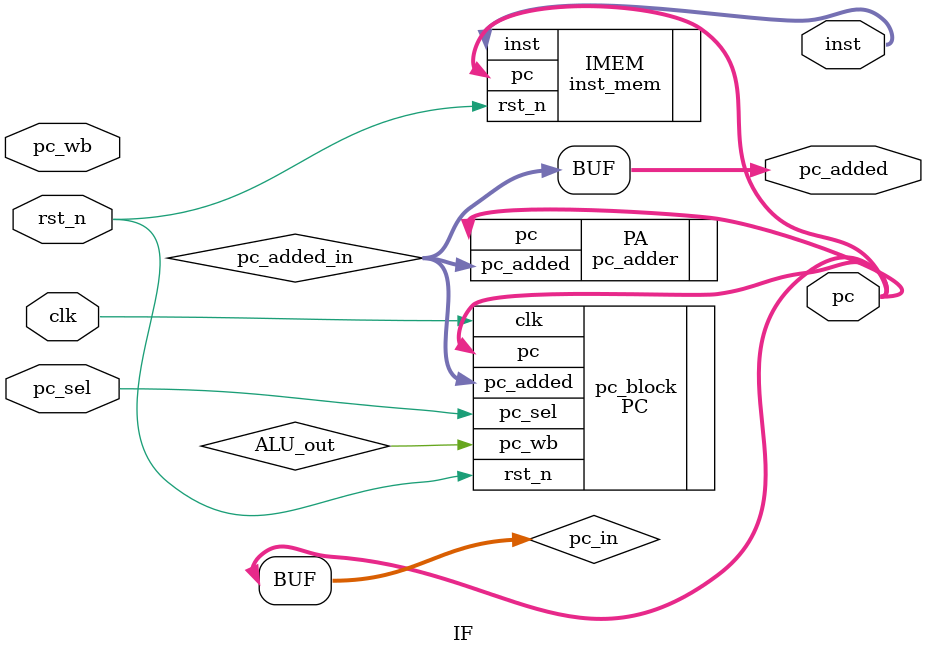
<source format=v>
module IF (
    input clk, rst_n,
    input [31:0] pc_wb,
    input pc_sel,
    output [31:0] inst,
    output [31:0] pc,
    output [31:0] pc_added
);
    wire [31:0] pc_in;
    wire [31:0] pc_added_in;
    PC pc_block
    (
        //input
        .clk(clk), 
        .rst_n(rst_n), 
        .pc_sel(pc_sel),
        .pc_wb(ALU_out),
        .pc_added(pc_added_in),

        //output
        .pc(pc_in)
    );

    pc_adder PA
    (
        //input
        .pc(pc),
        
        //output
        .pc_added(pc_added_in)
    );

    inst_mem IMEM
    (
        //input
        .rst_n(rst_n), 
        .pc(pc_in), 

        //output
        .inst(inst)
    );

    assign pc = pc_in;
    assign pc_added = pc_added_in;
endmodule
</source>
